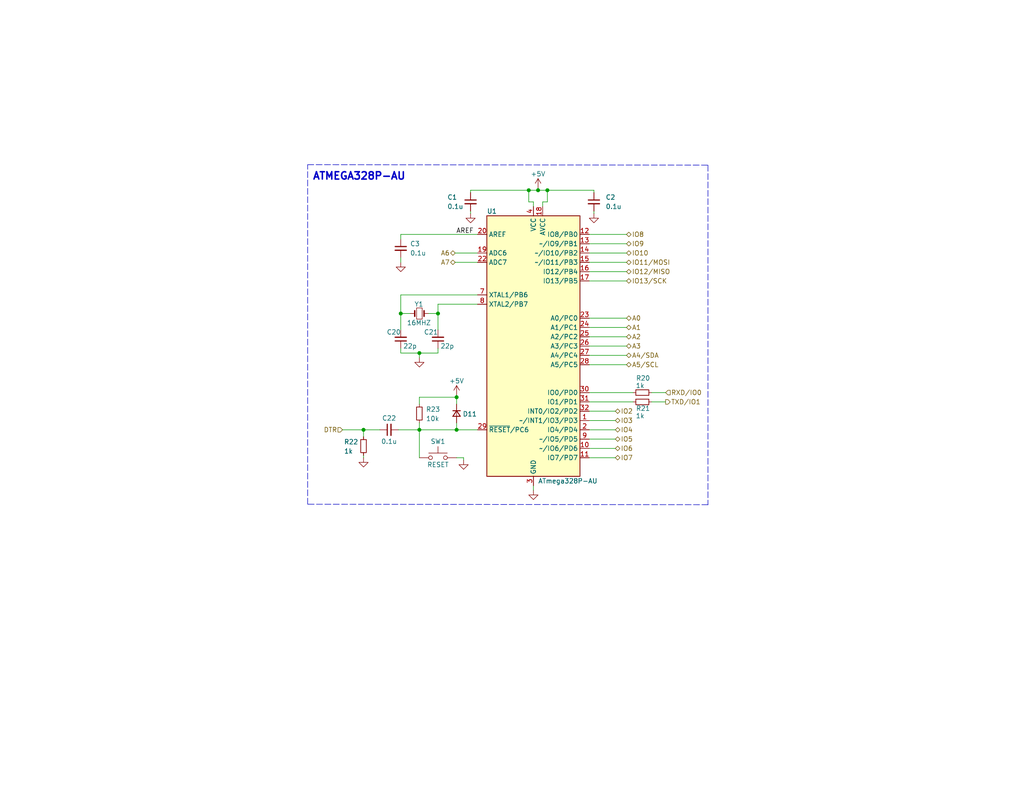
<source format=kicad_sch>
(kicad_sch (version 20211123) (generator eeschema)
  (paper "USLetter")
  (title_block (title "ATMEGA328P-AU") (date "2022-11-29") (rev "1.2"))
  (lib_symbols
    (symbol "Device:C_Small" (pin_numbers hide) (pin_names (offset 0.254) hide)
      (property "Reference" "C" (at 0.254 1.778 0))
      (property "Value" "C_Small" (at 0.254 -2.032 0))
      (symbol "C_Small_0_1"
        (polyline (pts (xy -1.524 -0.508) (xy 1.524 -0.508)) (stroke (width 0.3302)))
        (polyline (pts (xy -1.524 0.508) (xy 1.524 0.508)) (stroke (width 0.3048)))
      )
      (symbol "C_Small_1_1"
        (pin passive line (at 0 2.54 270) (length 2.032) (name "~") (number "1"))
        (pin passive line (at 0 -2.54 90) (length 2.032) (name "~") (number "2"))
      )
    )
    (symbol "Device:Crystal_Small" (pin_numbers hide) (pin_names (offset 1.016) hide)
      (property "Reference" "Y" (at 0 2.54 0))
      (property "Value" "Crystal_Small" (at 0 -2.54 0))
      (symbol "Crystal_Small_0_1"
        (rectangle (start -0.762 -1.524) (end 0.762 1.524))
        (polyline (pts (xy -1.27 -0.762) (xy -1.27 0.762)) (stroke (width 0.381)))
        (polyline (pts (xy 1.27 -0.762) (xy 1.27 0.762)) (stroke (width 0.381)))
      )
      (symbol "Crystal_Small_1_1"
        (pin passive line (at -2.54 0 0) (length 1.27) (name "1") (number "1"))
        (pin passive line (at 2.54 0 180) (length 1.27) (name "2") (number "2"))
      )
    )
    (symbol "Device:D_Small" (pin_numbers hide) (pin_names (offset 0.254) hide)
      (property "Reference" "D" (at -1.27 2.032 0))
      (property "Value" "D_Small" (at -3.81 -2.032 0))
      (symbol "D_Small_0_1"
        (polyline (pts (xy -0.762 -1.016) (xy -0.762 1.016)) (stroke (width 0.254)))
        (polyline (pts (xy -0.762 0) (xy 0.762 0)))
        (polyline (pts (xy 0.762 -1.016) (xy -0.762 0) (xy 0.762 1.016) (xy 0.762 -1.016)) (stroke (width 0.254)))
      )
      (symbol "D_Small_1_1"
        (pin passive line (at -2.54 0 0) (length 1.778) (name "K") (number "1"))
        (pin passive line (at 2.54 0 180) (length 1.778) (name "A") (number "2"))
      )
    )
    (symbol "Device:R_Small" (pin_numbers hide) (pin_names (offset 0.254) hide)
      (property "Reference" "R" (at 0.762 0.508 0))
      (property "Value" "R_Small" (at 0.762 -1.016 0))
      (symbol "R_Small_0_1"
        (rectangle (start -0.762 1.778) (end 0.762 -1.778) (stroke (width 0.2032)))
      )
      (symbol "R_Small_1_1"
        (pin passive line (at 0 2.54 270) (length 0.762) (name "~") (number "1"))
        (pin passive line (at 0 -2.54 90) (length 0.762) (name "~") (number "2"))
      )
    )
    (symbol "MCU_Microchip_ATmega:ATmega328P-A"
      (property "Reference" "U?" (at -12.7 36.83 0))
      (property "Value" "ATmega328P-AU" (at 1.27 -36.83 0))
      (symbol "ATmega328P-A_0_1"
        (rectangle (start -12.7 -35.56) (end 12.7 35.56) (stroke (width 0.254)) (fill (type background)))
      )
      (symbol "ATmega328P-A_1_1"
        (pin bidirectional line (at 15.24 -20.32 180) (length 2.54) (name "~/INT1/IO3/PD3") (number "1"))
        (pin bidirectional line (at 15.24 -27.94 180) (length 2.54) (name "~/IO6/PD6") (number "10"))
        (pin bidirectional line (at 15.24 -30.48 180) (length 2.54) (name "IO7/PD7") (number "11"))
        (pin bidirectional line (at 15.24 30.48 180) (length 2.54) (name "IO8/PB0") (number "12"))
        (pin bidirectional line (at 15.24 27.94 180) (length 2.54) (name "~/IO9/PB1") (number "13"))
        (pin bidirectional line (at 15.24 25.4 180) (length 2.54) (name "~/IO10/PB2") (number "14"))
        (pin bidirectional line (at 15.24 22.86 180) (length 2.54) (name "~/IO11/PB3") (number "15"))
        (pin bidirectional line (at 15.24 20.32 180) (length 2.54) (name "IO12/PB4") (number "16"))
        (pin bidirectional line (at 15.24 17.78 180) (length 2.54) (name "IO13/PB5") (number "17"))
        (pin power_in line (at 2.54 38.1 270) (length 2.54) (name "AVCC") (number "18"))
        (pin input line (at -15.24 25.4 0) (length 2.54) (name "ADC6") (number "19"))
        (pin bidirectional line (at 15.24 -22.86 180) (length 2.54) (name "IO4/PD4") (number "2"))
        (pin passive line (at -15.24 30.48 0) (length 2.54) (name "AREF") (number "20"))
        (pin passive line (at 0 -38.1 90) (length 2.54) hide (name "GND") (number "21"))
        (pin input line (at -15.24 22.86 0) (length 2.54) (name "ADC7") (number "22"))
        (pin bidirectional line (at 15.24 7.62 180) (length 2.54) (name "A0/PC0") (number "23"))
        (pin bidirectional line (at 15.24 5.08 180) (length 2.54) (name "A1/PC1") (number "24"))
        (pin bidirectional line (at 15.24 2.54 180) (length 2.54) (name "A2/PC2") (number "25"))
        (pin bidirectional line (at 15.24 0 180) (length 2.54) (name "A3/PC3") (number "26"))
        (pin bidirectional line (at 15.24 -2.54 180) (length 2.54) (name "A4/PC4") (number "27"))
        (pin bidirectional line (at 15.24 -5.08 180) (length 2.54) (name "A5/PC5") (number "28"))
        (pin bidirectional line (at -15.24 -22.86 0) (length 2.54) (name "~{RESET}/PC6") (number "29"))
        (pin power_in line (at 0 -38.1 90) (length 2.54) (name "GND") (number "3"))
        (pin bidirectional line (at 15.24 -12.7 180) (length 2.54) (name "IO0/PD0") (number "30"))
        (pin bidirectional line (at 15.24 -15.24 180) (length 2.54) (name "IO1/PD1") (number "31"))
        (pin bidirectional line (at 15.24 -17.78 180) (length 2.54) (name "INT0/IO2/PD2") (number "32"))
        (pin power_in line (at 0 38.1 270) (length 2.54) (name "VCC") (number "4"))
        (pin passive line (at 0 -38.1 90) (length 2.54) hide (name "GND") (number "5"))
        (pin passive line (at 0 38.1 270) (length 2.54) hide (name "VCC") (number "6"))
        (pin bidirectional line (at -15.24 13.97 0) (length 2.54) (name "XTAL1/PB6") (number "7"))
        (pin bidirectional line (at -15.24 11.43 0) (length 2.54) (name "XTAL2/PB7") (number "8"))
        (pin bidirectional line (at 15.24 -25.4 180) (length 2.54) (name "~/IO5/PD5") (number "9"))
      )
    )
    (symbol "Switch:SW_Push" (pin_numbers hide) (pin_names (offset 1.016) hide)
      (property "Reference" "SW" (at 1.27 2.54 0))
      (property "Value" "SW_Push" (at 0 -1.524 0))
      (symbol "SW_Push_0_1"
        (circle (center -2.032 0) (radius 0.508))
        (polyline (pts (xy 0 1.27) (xy 0 3.048)))
        (polyline (pts (xy 2.54 1.27) (xy -2.54 1.27)))
        (circle (center 2.032 0) (radius 0.508))
        (pin passive line (at -5.08 0 0) (length 2.54) (name "1") (number "1"))
        (pin passive line (at 5.08 0 180) (length 2.54) (name "2") (number "2"))
      )
    )
    (symbol "power:+5V" (power) (pin_names (offset 0))
      (property "Value" "+5V" (at 0 3.556 0))
      (symbol "+5V_0_1"
        (polyline (pts (xy -0.762 1.27) (xy 0 2.54)))
        (polyline (pts (xy 0 0) (xy 0 2.54)))
        (polyline (pts (xy 0 2.54) (xy 0.762 1.27)))
      )
      (symbol "+5V_1_1"
        (pin power_in line (at 0 0 90) (length 0) hide (name "+5V") (number "1"))
      )
    )
    (symbol "power:GND" (power) (pin_names (offset 0))
      (property "Value" "GND" (at 0 -3.81 0))
      (symbol "GND_0_1"
        (polyline (pts (xy 0 0) (xy 0 -1.27) (xy 1.27 -1.27) (xy 0 -2.54) (xy -1.27 -1.27) (xy 0 -1.27)))
      )
      (symbol "GND_1_1"
        (pin power_in line (at 0 0 270) (length 0) hide (name "GND") (number "1"))
      )
    )
  )
  (junction (at 114.427 117.348))
  (junction (at 109.347 85.598))
  (junction (at 149.352 51.943))
  (junction (at 146.812 51.943))
  (junction (at 124.587 108.458))
  (junction (at 114.427 96.393))
  (junction (at 119.507 85.598))
  (junction (at 144.272 51.943))
  (junction (at 124.587 117.348))
  (junction (at 99.187 117.348))
  (wire (pts (xy 119.507 83.058) (xy 119.507 85.598)))
  (wire (pts (xy 109.347 95.123) (xy 109.347 96.393)))
  (wire (pts (xy 160.782 86.868) (xy 170.942 86.868)))
  (polyline (pts (xy 193.167 45.085) (xy 193.167 137.795)))
  (wire (pts (xy 160.782 76.708) (xy 170.942 76.708)))
  (wire (pts (xy 160.782 117.348) (xy 167.894 117.348)))
  (wire (pts (xy 160.782 69.088) (xy 170.942 69.088)))
  (wire (pts (xy 124.587 124.968) (xy 126.492 124.968)))
  (wire (pts (xy 160.782 107.188) (xy 172.72 107.188)))
  (wire (pts (xy 160.782 114.808) (xy 167.894 114.808)))
  (wire (pts (xy 128.397 51.943) (xy 128.397 52.578)))
  (wire (pts (xy 119.507 85.598) (xy 119.507 90.043)))
  (wire (pts (xy 144.272 51.943) (xy 146.812 51.943)))
  (wire (pts (xy 109.347 96.393) (xy 114.427 96.393)))
  (wire (pts (xy 149.352 51.943) (xy 162.052 51.943)))
  (wire (pts (xy 99.187 117.348) (xy 103.632 117.348)))
  (wire (pts (xy 124.587 115.443) (xy 124.587 117.348)))
  (wire (pts (xy 124.587 107.823) (xy 124.587 108.458)))
  (wire (pts (xy 128.397 51.943) (xy 144.272 51.943)))
  (wire (pts (xy 146.812 51.308) (xy 146.812 51.943)))
  (wire (pts (xy 114.427 96.393) (xy 114.427 97.663)))
  (wire (pts (xy 160.782 122.428) (xy 167.894 122.428)))
  (wire (pts (xy 160.782 99.568) (xy 170.942 99.568)))
  (wire (pts (xy 146.812 51.943) (xy 149.352 51.943)))
  (wire (pts (xy 160.782 124.968) (xy 167.894 124.968)))
  (wire (pts (xy 149.352 55.118) (xy 149.352 51.943)))
  (wire (pts (xy 160.782 94.488) (xy 170.942 94.488)))
  (wire (pts (xy 160.782 91.948) (xy 170.942 91.948)))
  (wire (pts (xy 177.8 107.188) (xy 181.61 107.188)))
  (wire (pts (xy 116.967 85.598) (xy 119.507 85.598)))
  (wire (pts (xy 128.397 57.658) (xy 128.397 58.293)))
  (wire (pts (xy 160.782 64.008) (xy 170.942 64.008)))
  (wire (pts (xy 99.187 117.348) (xy 99.187 119.253)))
  (polyline (pts (xy 193.167 137.795) (xy 83.947 137.668)))
  (wire (pts (xy 109.347 80.518) (xy 130.302 80.518)))
  (wire (pts (xy 119.507 96.393) (xy 119.507 95.123)))
  (wire (pts (xy 162.052 57.658) (xy 162.052 58.293)))
  (wire (pts (xy 160.782 119.888) (xy 167.894 119.888)))
  (wire (pts (xy 99.187 124.333) (xy 99.187 124.968)))
  (wire (pts (xy 145.542 55.118) (xy 144.272 55.118)))
  (wire (pts (xy 111.887 85.598) (xy 109.347 85.598)))
  (wire (pts (xy 144.272 55.118) (xy 144.272 51.943)))
  (polyline (pts (xy 83.947 44.958) (xy 193.167 45.085)))
  (wire (pts (xy 114.427 108.458) (xy 124.587 108.458)))
  (wire (pts (xy 124.206 71.628) (xy 130.302 71.628)))
  (wire (pts (xy 109.347 64.008) (xy 130.302 64.008)))
  (wire (pts (xy 145.542 132.588) (xy 145.542 133.858)))
  (wire (pts (xy 160.782 71.628) (xy 170.942 71.628)))
  (wire (pts (xy 160.782 66.548) (xy 170.942 66.548)))
  (wire (pts (xy 124.587 117.348) (xy 114.427 117.348)))
  (wire (pts (xy 162.052 51.943) (xy 162.052 52.578)))
  (wire (pts (xy 114.427 108.458) (xy 114.427 110.363)))
  (wire (pts (xy 148.082 55.118) (xy 149.352 55.118)))
  (wire (pts (xy 160.782 112.268) (xy 167.894 112.268)))
  (wire (pts (xy 124.587 117.348) (xy 130.302 117.348)))
  (wire (pts (xy 114.427 117.348) (xy 114.427 124.968)))
  (wire (pts (xy 145.542 56.388) (xy 145.542 55.118)))
  (wire (pts (xy 108.712 117.348) (xy 114.427 117.348)))
  (wire (pts (xy 109.347 80.518) (xy 109.347 85.598)))
  (wire (pts (xy 126.492 124.968) (xy 126.492 125.603)))
  (wire (pts (xy 109.347 70.358) (xy 109.347 71.628)))
  (wire (pts (xy 119.507 83.058) (xy 130.302 83.058)))
  (wire (pts (xy 160.782 89.408) (xy 170.942 89.408)))
  (wire (pts (xy 160.782 109.728) (xy 172.72 109.728)))
  (wire (pts (xy 114.427 115.443) (xy 114.427 117.348)))
  (wire (pts (xy 114.427 96.393) (xy 119.507 96.393)))
  (wire (pts (xy 124.206 69.088) (xy 130.302 69.088)))
  (wire (pts (xy 160.782 74.168) (xy 170.942 74.168)))
  (wire (pts (xy 93.472 117.348) (xy 99.187 117.348)))
  (wire (pts (xy 160.782 97.028) (xy 170.942 97.028)))
  (wire (pts (xy 109.347 64.008) (xy 109.347 65.278)))
  (wire (pts (xy 148.082 56.388) (xy 148.082 55.118)))
  (polyline (pts (xy 83.947 137.668) (xy 83.947 44.958)))
  (wire (pts (xy 109.347 85.598) (xy 109.347 90.043)))
  (wire (pts (xy 124.587 108.458) (xy 124.587 110.363)))
  (wire (pts (xy 177.8 109.728) (xy 181.61 109.728)))
  (text "ATMEGA328P-AU" (at 85.217 49.403 0) (effects (font (size 2 2) (thickness 0.4) bold) (justify left bottom)))
  (label "AREF" (at 124.46 64.008 0))
  (hierarchical_label "IO5" (shape bidirectional) (at 167.894 119.888 0))
  (hierarchical_label "IO10" (shape bidirectional) (at 170.942 69.088 0))
  (hierarchical_label "DTR" (shape input) (at 93.472 117.348 180))
  (hierarchical_label "A2" (shape bidirectional) (at 170.942 91.948 0))
  (hierarchical_label "A5{slash}SCL" (shape bidirectional) (at 170.942 99.568 0))
  (hierarchical_label "A6" (shape bidirectional) (at 124.206 69.088 180))
  (hierarchical_label "A7" (shape bidirectional) (at 124.206 71.628 180))
  (hierarchical_label "IO2" (shape bidirectional) (at 167.894 112.268 0))
  (hierarchical_label "A4{slash}SDA" (shape bidirectional) (at 170.942 97.028 0))
  (hierarchical_label "IO11{slash}MOSI" (shape bidirectional) (at 170.942 71.628 0))
  (hierarchical_label "RXD{slash}IO0" (shape input) (at 181.61 107.188 0))
  (hierarchical_label "IO6" (shape bidirectional) (at 167.894 122.428 0))
  (hierarchical_label "IO12{slash}MISO" (shape bidirectional) (at 170.942 74.168 0))
  (hierarchical_label "IO4" (shape bidirectional) (at 167.894 117.348 0))
  (hierarchical_label "IO9" (shape bidirectional) (at 170.942 66.548 0))
  (hierarchical_label "IO13{slash}SCK" (shape bidirectional) (at 170.942 76.708 0))
  (hierarchical_label "A1" (shape bidirectional) (at 170.942 89.408 0))
  (hierarchical_label "IO7" (shape bidirectional) (at 167.894 124.968 0))
  (hierarchical_label "A0" (shape bidirectional) (at 170.942 86.868 0))
  (hierarchical_label "IO3" (shape bidirectional) (at 167.894 114.808 0))
  (hierarchical_label "IO8" (shape bidirectional) (at 170.942 64.008 0))
  (hierarchical_label "TXD{slash}IO1" (shape output) (at 181.61 109.728 0))
  (hierarchical_label "A3" (shape bidirectional) (at 170.942 94.488 0))
  (symbol (lib_id "Device:C_Small") (at 162.052 55.118 0) (unit 1)
    (property "Reference" "C2" (at 165.227 53.8542 0) (effects (justify left)))
    (property "Value" "0.1u" (at 165.227 56.3942 0) (effects (justify left)))
    (property "Footprint" "Capacitor_SMD:C_0603_1608Metric" (effects hide))
  )
  (symbol (lib_id "power:GND") (at 99.187 124.968 0) (unit 1)
    (property "Reference" "#PWR01" (effects hide))
    (property "Value" "GND" (effects hide))
  )
  (symbol (lib_id "Device:C_Small") (at 109.347 67.818 0) (unit 1)
    (property "Reference" "C3" (at 111.887 66.5542 0) (effects (justify left)))
    (property "Value" "0.1u" (at 111.887 69.0942 0) (effects (justify left)))
    (property "Footprint" "Capacitor_SMD:C_0603_1608Metric" (effects hide))
  )
  (symbol (lib_id "power:GND") (at 126.492 125.603 0) (unit 1)
    (property "Reference" "#PWR05" (effects hide))
    (property "Value" "GND" (effects hide))
  )
  (symbol (lib_id "MCU_Microchip_ATmega:ATmega328P-A") (at 145.542 94.488 0) (unit 1)
    (property "Reference" "U1" (at 132.842 57.658 0) (effects (justify left)))
    (property "Value" "ATmega328P-AU" (at 146.812 131.318 0) (effects (justify left)))
    (property "Footprint" "Package_QFP:TQFP-32_7x7mm_P0.8mm" (effects hide))
    (property "Datasheet" "http://ww1.microchip.com/downloads/en/DeviceDoc/ATmega328_P%20AVR%20MCU%20with%20picoPower%20Technology%20Data%20Sheet%2040001984A.pdf" (effects hide))
  )
  (symbol (lib_id "Device:C_Small") (at 128.397 55.118 0) (unit 1)
    (property "Reference" "C1" (at 122.047 53.848 0) (effects (justify left)))
    (property "Value" "0.1u" (at 122.047 56.388 0) (effects (justify left)))
    (property "Footprint" "Capacitor_SMD:C_0603_1608Metric" (effects hide))
  )
  (symbol (lib_id "power:GND") (at 145.542 133.858 0) (unit 1)
    (property "Reference" "#PWR07" (effects hide))
    (property "Value" "GND" (effects hide))
  )
  (symbol (lib_id "power:GND") (at 114.427 97.663 0) (unit 1)
    (property "Reference" "#PWR03" (effects hide))
    (property "Value" "GND" (effects hide))
  )
  (symbol (lib_id "power:+5V") (at 124.587 107.823 0) (unit 1)
    (property "Reference" "#PWR04" (effects hide))
    (property "Value" "+5V" (at 124.587 104.013 0))
  )
  (symbol (lib_id "power:GND") (at 109.347 71.628 0) (unit 1)
    (property "Reference" "#PWR02" (effects hide))
    (property "Value" "GND" (effects hide))
  )
  (symbol (lib_id "Device:R_Small") (at 99.187 121.793 0) (unit 1)
    (property "Reference" "R22" (at 93.853 120.65 0) (effects (justify left)))
    (property "Value" "1k" (at 93.853 123.19 0) (effects (justify left)))
    (property "Footprint" "Resistor_SMD:R_0603_1608Metric" (effects hide))
  )
  (symbol (lib_id "Device:R_Small") (at 175.26 107.188 90) (unit 1)
    (property "Reference" "R20" (at 177.419 103.251 90) (effects (justify left)))
    (property "Value" "1k" (at 175.895 105.283 90) (effects (justify left)))
    (property "Footprint" "Resistor_SMD:R_0603_1608Metric" (effects hide))
  )
  (symbol (lib_id "Device:R_Small") (at 114.427 112.903 0) (unit 1)
    (property "Reference" "R23" (at 116.205 111.76 0) (effects (justify left)))
    (property "Value" "10k" (at 116.205 114.3 0) (effects (justify left)))
    (property "Footprint" "Resistor_SMD:R_0603_1608Metric" (effects hide))
  )
  (symbol (lib_id "Device:Crystal_Small") (at 114.427 85.598 0) (unit 1)
    (property "Reference" "Y1" (at 114.3 83.058 0))
    (property "Value" "16MHZ" (at 114.3 88.138 0))
    (property "Footprint" "Crystal:Crystal_SMD_HC49-SD" (effects hide))
  )
  (symbol (lib_id "Device:C_Small") (at 119.507 92.583 180) (unit 1)
    (property "Reference" "C21" (at 117.602 90.678 0))
    (property "Value" "22p" (at 122.047 94.488 0))
    (property "Footprint" "Capacitor_SMD:C_0603_1608Metric" (effects hide))
  )
  (symbol (lib_id "Device:C_Small") (at 106.172 117.348 90) (unit 1)
    (property "Reference" "C22" (at 106.172 114.173 90))
    (property "Value" "0.1u" (at 106.172 120.523 90))
    (property "Footprint" "Capacitor_SMD:C_0603_1608Metric" (effects hide))
  )
  (symbol (lib_id "Device:R_Small") (at 175.26 109.728 90) (unit 1)
    (property "Reference" "R21" (at 177.419 111.506 90) (effects (justify left)))
    (property "Value" "1k" (at 175.895 113.538 90) (effects (justify left)))
    (property "Footprint" "Resistor_SMD:R_0603_1608Metric" (effects hide))
  )
  (symbol (lib_id "power:+5V") (at 146.812 51.308 0) (unit 1)
    (property "Reference" "#PWR08" (effects hide))
    (property "Value" "+5V" (at 146.812 47.498 0))
  )
  (symbol (lib_id "power:GND") (at 162.052 58.293 0) (unit 1)
    (property "Reference" "#PWR09" (effects hide))
    (property "Value" "GND" (effects hide))
  )
  (symbol (lib_id "Device:C_Small") (at 109.347 92.583 180) (unit 1)
    (property "Reference" "C20" (at 107.442 90.678 0))
    (property "Value" "22p" (at 111.887 94.488 0))
    (property "Footprint" "Capacitor_SMD:C_0603_1608Metric" (effects hide))
  )
  (symbol (lib_id "power:GND") (at 128.397 58.293 0) (unit 1)
    (property "Reference" "#PWR06" (effects hide))
    (property "Value" "GND" (effects hide))
  )
  (symbol (lib_id "Switch:SW_Push") (at 119.507 124.968 0) (unit 1)
    (property "Reference" "SW1" (at 119.507 120.523 0))
    (property "Value" "RESET" (at 119.507 126.873 0))
    (property "Footprint" "Button_Switch_SMD:SW_SPST_B3U-1000P" (effects hide))
  )
  (symbol (lib_id "Device:D_Small") (at 124.587 112.903 270) (unit 1)
    (property "Reference" "D11" (at 126.238 113.03 90) (effects (justify left)))
    (property "Value" "1N4148WS " (effects hide))
    (property "Footprint" "Diode_SMD:D_SOD-323" (effects hide))
  )
)
</source>
